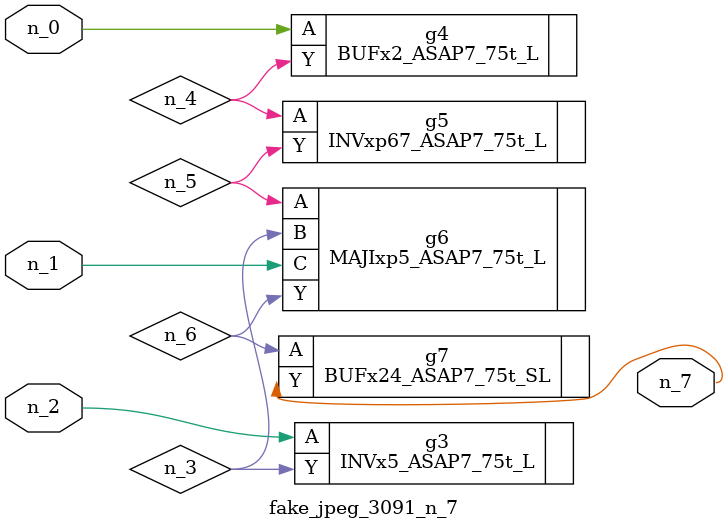
<source format=v>
module fake_jpeg_3091_n_7 (n_0, n_2, n_1, n_7);

input n_0;
input n_2;
input n_1;

output n_7;

wire n_3;
wire n_4;
wire n_6;
wire n_5;

INVx5_ASAP7_75t_L g3 ( 
.A(n_2),
.Y(n_3)
);

BUFx2_ASAP7_75t_L g4 ( 
.A(n_0),
.Y(n_4)
);

INVxp67_ASAP7_75t_L g5 ( 
.A(n_4),
.Y(n_5)
);

MAJIxp5_ASAP7_75t_L g6 ( 
.A(n_5),
.B(n_3),
.C(n_1),
.Y(n_6)
);

BUFx24_ASAP7_75t_SL g7 ( 
.A(n_6),
.Y(n_7)
);


endmodule
</source>
